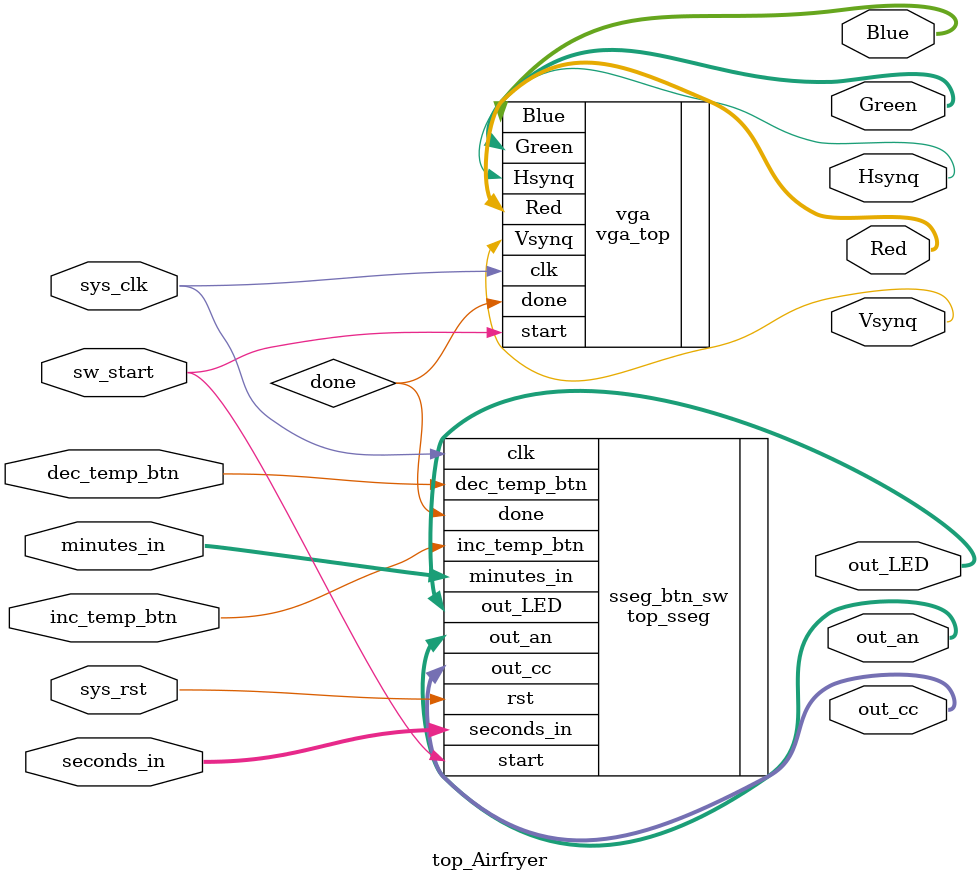
<source format=v>
`timescale 1ns / 1ps


module top_Airfryer(
    input sys_clk,
    input sys_rst,
    input inc_temp_btn,
    input dec_temp_btn,
    input sw_start,
    input [5:0] minutes_in,
    input [5:0] seconds_in,
    output Hsynq,           //vga outputs
    output Vsynq,
    output [3:0] Red, 
    output [3:0] Green,
    output [3:0] Blue,
    output [15:0] out_LED,      //LED outputs
    output [7:0] out_an,    //7seg outputs
    output [6:0] out_cc
    );
    
    wire done;
        
top_sseg sseg_btn_sw (      //contains switches, buttons, LEDs, and 7 seg
    .clk(sys_clk),
    .rst(sys_rst),
    .start(sw_start),
    .inc_temp_btn(inc_temp_btn),
    .dec_temp_btn(dec_temp_btn),
    .minutes_in(minutes_in),
    .seconds_in(seconds_in),
    .done(done),
    .out_LED(out_LED),
    .out_an(out_an),
    .out_cc(out_cc)
    );
    
vga_top vga(            //vga display
    .clk(sys_clk),
    .start(sw_start),
    .done(done),
    .Hsynq(Hsynq),
    .Vsynq(Vsynq),
    .Red(Red),
    .Green(Green),
    .Blue(Blue)
    );
endmodule

</source>
